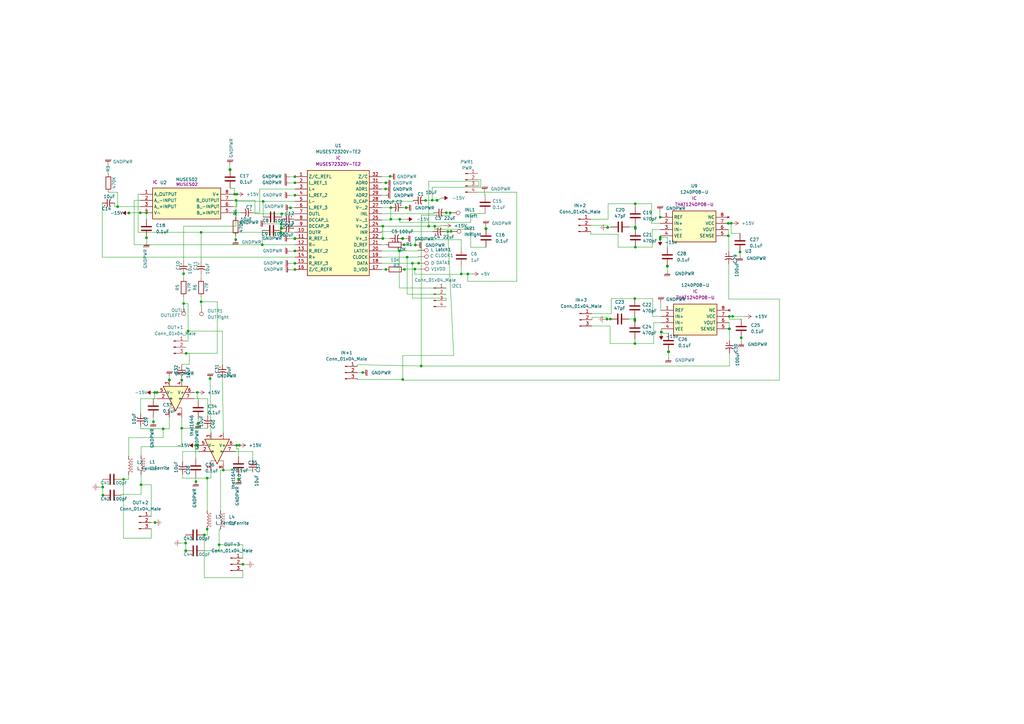
<source format=kicad_sch>
(kicad_sch (version 20211123) (generator eeschema)
  (paper "A3")
  (junction (at 300.4566 129.7686))
  (junction (at 299.8724 91.567))
  (junction (at 183.0832 87.249))
  (junction (at 191.8716 112.3696))
  (junction (at 166.5986 85.1662))
  (junction (at 158.1404 77.4954))
  (junction (at 63.4238 160.9852))
  (junction (at 179.2224 82.1436))
  (junction (at 81.3562 173.609))
  (junction (at 171.704 107.9246))
  (junction (at 163.8046 102.9208))
  (junction (at 80.9244 160.9598))
  (junction (at 120.9294 97.8916))
  (junction (at 120.9294 97.8408))
  (junction (at 179.2478 82.169))
  (junction (at 270.7894 97.3582))
  (junction (at 42.1894 203.0984))
  (junction (at 64.389 160.9598))
  (junction (at 74.549 175.641))
  (junction (at 66.9036 175.8696))
  (junction (at 74.549 155.8798))
  (junction (at 175.8188 92.7608))
  (junction (at 60.071 97.536))
  (junction (at 189.2046 112.3696))
  (junction (at 89.8652 223.4184))
  (junction (at 48.2346 84.7344))
  (junction (at 260.604 93.726))
  (junction (at 177.292 82.1436))
  (junction (at 97.155 79.6798))
  (junction (at 94.2848 69.5452))
  (junction (at 299.1866 134.874))
  (junction (at 81.1022 182.6514))
  (junction (at 274.193 144.272))
  (junction (at 120.9548 74.9808))
  (junction (at 298.7294 91.6178))
  (junction (at 156.9974 97.8154))
  (junction (at 57.8612 198.8058))
  (junction (at 169.164 108.0008))
  (junction (at 160.274 89.916))
  (junction (at 115.3668 93.7006))
  (junction (at 260.5532 83.566))
  (junction (at 63.627 214.3252))
  (junction (at 199.3392 93.7514))
  (junction (at 115.2144 95.3008))
  (junction (at 119.1514 85.2424))
  (junction (at 69.4436 155.8544))
  (junction (at 83.82 219.4052))
  (junction (at 57.531 87.2744))
  (junction (at 271.1958 136.1694))
  (junction (at 52.8574 87.3506))
  (junction (at 76.1492 225.8822))
  (junction (at 76.3524 144.9324))
  (junction (at 248.9708 130.9116))
  (junction (at 165.7858 100.3808))
  (junction (at 178.308 92.7608))
  (junction (at 249.2248 93.2942))
  (junction (at 165.1762 155.6512))
  (junction (at 172.7708 150.114))
  (junction (at 260.35 130.8608))
  (junction (at 97.8916 196.6722))
  (junction (at 148.7424 152.781))
  (junction (at 60.071 87.2744))
  (junction (at 299.1358 134.874))
  (junction (at 170.1546 110.363))
  (junction (at 115.5446 87.6808))
  (junction (at 96.6216 87.2744))
  (junction (at 86.1568 155.2702))
  (junction (at 166.5986 85.1408))
  (junction (at 94.3864 69.5452))
  (junction (at 184.9882 94.9198))
  (junction (at 270.7894 89.0778))
  (junction (at 42.1386 199.771))
  (junction (at 80.3656 197.5104))
  (junction (at 98.1964 182.626))
  (junction (at 303.5046 103.3526))
  (junction (at 120.9548 108.0008))
  (junction (at 120.9548 102.9208))
  (junction (at 299.1612 129.794))
  (junction (at 77.1398 135.7884))
  (junction (at 260.4008 131.4958))
  (junction (at 260.35 122.4534))
  (junction (at 96.7994 82.1944))
  (junction (at 97.0534 182.6514))
  (junction (at 163.9824 89.916))
  (junction (at 260.5532 93.091))
  (junction (at 260.4008 140.8938))
  (junction (at 107.9246 82.6008))
  (junction (at 199.263 93.7514))
  (junction (at 165.1508 97.8154))
  (junction (at 62.9412 172.974))
  (junction (at 260.604 101.346))
  (junction (at 270.764 98.0948))
  (junction (at 273.7104 109.1184))
  (junction (at 115.4176 93.6752))
  (junction (at 170.3578 100.4824))
  (junction (at 115.4176 91.821))
  (junction (at 160.274 85.1408))
  (junction (at 107.5944 100.3808))
  (junction (at 298.7294 96.6978))
  (junction (at 96.1898 79.6544))
  (junction (at 50.6476 196.596))
  (junction (at 174.5742 82.2198))
  (junction (at 82.4738 95.3008))
  (junction (at 80.3148 182.6768))
  (junction (at 96.6978 98.2726))
  (junction (at 166.624 85.1662))
  (junction (at 120.9548 72.4408))
  (junction (at 75.311 124.4854))
  (junction (at 69.469 155.8798))
  (junction (at 158.242 74.9554))
  (junction (at 75.2856 112.2934))
  (junction (at 120.9548 97.8408))
  (junction (at 82.4738 123.7488))
  (junction (at 183.642 94.9706))
  (junction (at 165.1254 97.8154))
  (junction (at 84.963 196.088))
  (junction (at 273.7612 109.1438))
  (junction (at 274.193 144.2974))
  (junction (at 303.9872 138.5062))
  (junction (at 273.7104 109.1438))
  (junction (at 158.2674 110.5154))
  (junction (at 91.5924 192.8114))
  (junction (at 99.6188 231.4448))
  (junction (at 165.1508 97.8408))
  (junction (at 84.963 217.043))
  (junction (at 274.2184 144.2974))
  (junction (at 81.3562 173.5836))
  (junction (at 120.9548 110.5408))
  (junction (at 184.6072 87.2998))
  (junction (at 115.3668 93.6752))
  (junction (at 76.2 225.9076))
  (junction (at 160.02 72.3392))
  (junction (at 156.9974 92.7608))
  (junction (at 76.1492 222.7326))
  (junction (at 76.2 225.8822))
  (junction (at 94.3864 69.596))
  (junction (at 81.28 173.5836))
  (junction (at 250.3424 130.8608))
  (junction (at 120.9548 80.0608))
  (junction (at 165.8874 110.5154))
  (junction (at 199.3392 93.7768))
  (junction (at 166.9796 105.4608))
  (junction (at 69.469 155.8544))
  (wire (pts (xy 62.865 172.974) (xy 62.9412 172.974)))
  (wire (pts (xy 260.35 131.4958) (xy 260.4008 131.4958)))
  (wire (pts (xy 120.9548 85.1408) (xy 119.1514 85.1408)))
  (wire (pts (xy 118.745 75.0316) (xy 120.9548 75.0316)))
  (wire (pts (xy 182.9816 122.2756) (xy 169.164 122.2756)))
  (wire (pts (xy 57.658 169.5704) (xy 57.658 163.4998)))
  (wire (pts (xy 178.308 94.0308) (xy 178.308 92.7608)))
  (wire (pts (xy 52.7558 179.4764) (xy 66.9036 179.4764)))
  (wire (pts (xy 86.1568 155.2702) (xy 86.1822 155.2702)))
  (wire (pts (xy 94.3864 77.216) (xy 96.1898 77.216)))
  (wire (pts (xy 156.5148 110.5408) (xy 158.2674 110.5408)))
  (wire (pts (xy 76.1492 225.8822) (xy 76.2 225.8822)))
  (wire (pts (xy 103.632 193.6242) (xy 103.632 192.8114)))
  (wire (pts (xy 56.642 95.3008) (xy 56.642 79.6544)))
  (wire (pts (xy 99.6188 236.9566) (xy 83.82 236.9566)))
  (wire (pts (xy 57.8612 198.8058) (xy 57.8612 194.5386)))
  (wire (pts (xy 170.8912 100.4824) (xy 170.3578 100.4824)))
  (wire (pts (xy 120.9548 108.0516) (xy 120.9548 108.0008)))
  (wire (pts (xy 97.155 79.6544) (xy 97.155 79.6798)))
  (wire (pts (xy 120.9548 82.6008) (xy 107.9246 82.6008)))
  (wire (pts (xy 69.469 155.8544) (xy 69.469 155.8798)))
  (wire (pts (xy 52.7558 187.071) (xy 52.7558 179.4764)))
  (wire (pts (xy 271.8308 136.1694) (xy 271.1958 136.1694)))
  (wire (pts (xy 249.4026 89.8906) (xy 249.4026 83.566)))
  (wire (pts (xy 146.6088 152.8064) (xy 148.7424 152.8064)))
  (wire (pts (xy 270.7894 89.0778) (xy 270.6624 89.0778)))
  (wire (pts (xy 97.1804 84.7344) (xy 95.631 84.7344)))
  (wire (pts (xy 75.311 112.2934) (xy 75.2856 112.2934)))
  (wire (pts (xy 86.5124 177.292) (xy 86.1568 155.2702)))
  (wire (pts (xy 193.04 101.3968) (xy 193.04 94.0308)))
  (wire (pts (xy 156.5148 94.9706) (xy 156.5148 95.3008)))
  (wire (pts (xy 83.82 225.9076) (xy 89.8652 225.9076)))
  (wire (pts (xy 299.1612 130.8862) (xy 299.1612 129.794)))
  (wire (pts (xy 82.4738 121.7422) (xy 82.4738 123.7488)))
  (wire (pts (xy 69.469 171.1198) (xy 69.469 175.8696)))
  (wire (pts (xy 63.4238 163.5252) (xy 63.4238 160.9852)))
  (wire (pts (xy 96.6216 87.2744) (xy 98.7806 87.2744)))
  (wire (pts (xy 156.9974 97.8154) (xy 160.0454 97.8154)))
  (wire (pts (xy 96.6216 96.7994) (xy 96.6216 98.2726)))
  (wire (pts (xy 80.9244 160.9598) (xy 81.2038 160.9598)))
  (wire (pts (xy 156.9974 92.7608) (xy 175.8188 92.7608)))
  (wire (pts (xy 299.1358 129.794) (xy 299.1612 129.794)))
  (wire (pts (xy 273.7612 111.1758) (xy 273.7612 109.1438)))
  (wire (pts (xy 180.6956 92.583) (xy 180.6956 92.7608)))
  (wire (pts (xy 81.4324 185.1914) (xy 74.8792 185.1914)))
  (wire (pts (xy 242.3414 94.9706) (xy 242.3414 96.0628)))
  (wire (pts (xy 146.6088 149.5806) (xy 172.7708 150.114)))
  (wire (pts (xy 156.5148 102.9208) (xy 163.8046 102.9208)))
  (wire (pts (xy 165.1762 155.9052) (xy 319.7098 155.9052)))
  (wire (pts (xy 182.3974 92.583) (xy 180.6956 92.583)))
  (wire (pts (xy 115.2144 95.3008) (xy 82.4738 95.3008)))
  (wire (pts (xy 62.865 171.1452) (xy 62.865 172.974)))
  (wire (pts (xy 242.7986 130.175) (xy 248.9708 130.175)))
  (wire (pts (xy 119.2022 108.0516) (xy 120.9548 108.0516)))
  (wire (pts (xy 44.2722 71.247) (xy 44.45 71.247)))
  (wire (pts (xy 76.3524 139.8524) (xy 77.1398 139.8524)))
  (wire (pts (xy 156.5148 100.3808) (xy 158.1658 100.3808)))
  (wire (pts (xy 171.577 102.9208) (xy 171.577 102.6668)))
  (wire (pts (xy 303.5554 103.3526) (xy 303.5046 103.3526)))
  (wire (pts (xy 103.632 192.8114) (xy 91.5924 192.8114)))
  (wire (pts (xy 166.5986 85.1408) (xy 166.5986 85.1662)))
  (wire (pts (xy 96.6216 87.2744) (xy 96.6216 89.1794)))
  (wire (pts (xy 274.193 136.652) (xy 271.8308 136.652)))
  (wire (pts (xy 271.1958 136.1694) (xy 271.1958 136.7028)))
  (wire (pts (xy 103.632 185.1914) (xy 103.632 188.5442)))
  (wire (pts (xy 260.5532 93.091) (xy 260.5532 93.726)))
  (wire (pts (xy 248.2088 130.9116) (xy 248.9708 130.9116)))
  (wire (pts (xy 97.8154 184.0738) (xy 97.0534 184.0738)))
  (wire (pts (xy 249.4026 83.566) (xy 260.5532 83.566)))
  (wire (pts (xy 115.4176 91.821) (xy 115.4176 93.6752)))
  (wire (pts (xy 189.2046 112.3696) (xy 189.2046 112.5474)))
  (wire (pts (xy 89.1032 123.7488) (xy 89.1032 144.907)))
  (wire (pts (xy 298.9326 122.6566) (xy 319.7098 122.6566)))
  (wire (pts (xy 270.7894 98.0948) (xy 270.764 98.0948)))
  (wire (pts (xy 57.8612 186.9186) (xy 57.8612 183.1594)))
  (wire (pts (xy 175.8188 74.3966) (xy 175.8188 92.7608)))
  (wire (pts (xy 171.6532 105.4608) (xy 171.6532 105.2322)))
  (wire (pts (xy 160.02 72.4408) (xy 160.02 72.3392)))
  (wire (pts (xy 62.0522 220.726) (xy 50.6476 220.726)))
  (wire (pts (xy 211.9376 115.3922) (xy 211.9376 78.8162)))
  (wire (pts (xy 242.7986 133.7056) (xy 250.2154 133.7056)))
  (wire (pts (xy 299.1866 144.8308) (xy 299.1866 150.114)))
  (wire (pts (xy 260.5532 92.3036) (xy 260.5532 93.091)))
  (wire (pts (xy 268.0716 132.334) (xy 271.1958 132.334)))
  (wire (pts (xy 62.0522 216.8398) (xy 62.0522 220.726)))
  (wire (pts (xy 81.3562 173.5836) (xy 81.3562 173.609)))
  (wire (pts (xy 304.038 140.208) (xy 304.038 138.5062)))
  (wire (pts (xy 97.1804 82.6008) (xy 97.1804 84.7344)))
  (wire (pts (xy 66.9036 175.8696) (xy 69.469 175.8696)))
  (wire (pts (xy 195.961 76.2762) (xy 196.4436 76.2762)))
  (wire (pts (xy 84.963 196.088) (xy 74.8792 196.088)))
  (wire (pts (xy 84.963 196.088) (xy 84.963 209.423)))
  (wire (pts (xy 52.7558 196.596) (xy 52.7558 194.691)))
  (wire (pts (xy 165.1762 155.9052) (xy 165.1762 155.6512)))
  (wire (pts (xy 260.4008 139.1158) (xy 260.4008 140.8938)))
  (wire (pts (xy 193.0654 87.5792) (xy 193.0654 91.2114)))
  (wire (pts (xy 86.5124 196.088) (xy 84.963 196.088)))
  (wire (pts (xy 97.0534 182.6514) (xy 98.1964 182.6514)))
  (wire (pts (xy 82.4738 125.5014) (xy 82.6516 125.5014)))
  (wire (pts (xy 81.28 164.1602) (xy 81.28 163.5252)))
  (wire (pts (xy 119.2784 110.617) (xy 120.9548 110.617)))
  (wire (pts (xy 47.0408 84.7344) (xy 47.0408 83.2866)))
  (wire (pts (xy 146.6088 155.6512) (xy 165.1762 155.6512)))
  (wire (pts (xy 260.5532 84.6836) (xy 260.5532 83.566)))
  (wire (pts (xy 179.2478 82.169) (xy 179.2224 82.1436)))
  (wire (pts (xy 179.2224 82.1436) (xy 177.292 82.1436)))
  (wire (pts (xy 48.2346 78.867) (xy 48.2346 84.7344)))
  (wire (pts (xy 118.8212 97.8916) (xy 120.9294 97.8916)))
  (wire (pts (xy 66.9036 179.4764) (xy 66.9036 175.8696)))
  (wire (pts (xy 120.9548 95.3008) (xy 115.2144 95.3008)))
  (wire (pts (xy 170.3578 98.3488) (xy 170.3578 100.4824)))
  (wire (pts (xy 319.7098 122.6566) (xy 319.7098 155.9052)))
  (wire (pts (xy 248.7676 93.2942) (xy 249.2248 93.2942)))
  (wire (pts (xy 299.1612 129.794) (xy 300.4566 129.794)))
  (wire (pts (xy 96.7994 92.7608) (xy 96.7994 82.1944)))
  (wire (pts (xy 186.0804 145.796) (xy 183.642 94.9706)))
  (wire (pts (xy 118.6942 72.5424) (xy 120.9548 72.5424)))
  (wire (pts (xy 156.5148 72.4408) (xy 160.02 72.4408)))
  (wire (pts (xy 86.5124 177.292) (xy 86.5124 177.5714)))
  (wire (pts (xy 177.292 82.1436) (xy 174.5742 82.1436)))
  (wire (pts (xy 270.7894 97.3582) (xy 270.7894 98.0948)))
  (wire (pts (xy 120.9548 80.1624) (xy 120.9548 80.0608)))
  (wire (pts (xy 118.8974 80.1624) (xy 120.9548 80.1624)))
  (wire (pts (xy 253.492 101.346) (xy 260.604 101.346)))
  (wire (pts (xy 108.8898 91.821) (xy 115.4176 91.821)))
  (wire (pts (xy 175.8188 92.7608) (xy 178.308 92.7608)))
  (wire (pts (xy 80.9244 163.5252) (xy 80.9244 160.9598)))
  (wire (pts (xy 156.5148 82.6008) (xy 169.4942 82.6008)))
  (wire (pts (xy 60.1472 97.536) (xy 60.071 97.536)))
  (wire (pts (xy 49.8094 203.0984) (xy 49.8094 202.7936)))
  (wire (pts (xy 89.8652 217.1192) (xy 90.4494 217.1192)))
  (wire (pts (xy 49.8094 202.7936) (xy 57.8612 202.7936)))
  (wire (pts (xy 273.7104 101.4984) (xy 273.7104 97.3582)))
  (wire (pts (xy 62.865 163.5252) (xy 63.4238 163.5252)))
  (wire (pts (xy 63.4238 160.9852) (xy 64.389 160.9852)))
  (wire (pts (xy 267.2588 83.566) (xy 267.2588 91.6178)))
  (wire (pts (xy 260.5532 93.726) (xy 260.604 93.726)))
  (wire (pts (xy 156.5148 108.0008) (xy 169.164 108.0008)))
  (wire (pts (xy 198.7042 78.5876) (xy 198.7042 79.9592)))
  (wire (pts (xy 74.5236 155.8798) (xy 74.549 155.8798)))
  (wire (pts (xy 303.5046 95.7326) (xy 299.8724 95.7326)))
  (wire (pts (xy 96.1898 79.6544) (xy 97.155 79.6544)))
  (wire (pts (xy 191.8716 112.3696) (xy 191.8716 115.3922)))
  (wire (pts (xy 191.8716 112.3696) (xy 193.548 112.3696)))
  (wire (pts (xy 258.1656 93.091) (xy 260.5532 93.091)))
  (wire (pts (xy 189.2046 98.3488) (xy 170.3578 98.3488)))
  (wire (pts (xy 178.308 92.7608) (xy 180.6956 92.7608)))
  (wire (pts (xy 77.1398 139.8524) (xy 77.1398 135.7884)))
  (wire (pts (xy 77.6732 144.907) (xy 77.6732 149.3774)))
  (wire (pts (xy 299.8724 95.7326) (xy 299.8724 91.567)))
  (wire (pts (xy 183.0832 87.2998) (xy 183.0832 87.249)))
  (wire (pts (xy 86.5124 192.8114) (xy 86.5124 196.088)))
  (wire (pts (xy 57.8612 183.1594) (xy 74.549 183.1594)))
  (wire (pts (xy 242.3414 96.0628) (xy 253.492 96.0628)))
  (wire (pts (xy 242.3414 89.8906) (xy 249.4026 89.8906)))
  (wire (pts (xy 62.0522 214.2998) (xy 63.627 214.2998)))
  (wire (pts (xy 85.1916 163.4998) (xy 79.629 163.4998)))
  (wire (pts (xy 160.274 85.1408) (xy 160.274 89.916)))
  (wire (pts (xy 60.071 89.916) (xy 60.071 87.2744)))
  (wire (pts (xy 104.5718 87.6808) (xy 115.5446 87.6808)))
  (wire (pts (xy 158.242 74.9808) (xy 158.242 74.9554)))
  (wire (pts (xy 250.2154 140.8938) (xy 260.4008 140.8938)))
  (wire (pts (xy 158.1404 77.5208) (xy 158.1404 77.4954)))
  (wire (pts (xy 89.8652 225.9076) (xy 89.8652 223.4184)))
  (wire (pts (xy 199.3392 93.7514) (xy 199.3392 93.7768)))
  (wire (pts (xy 250.698 122.4534) (xy 260.35 122.4534)))
  (wire (pts (xy 101.2952 231.521) (xy 99.6188 231.521)))
  (wire (pts (xy 57.658 175.8696) (xy 66.9036 175.8696)))
  (wire (pts (xy 96.6216 98.2726) (xy 96.6978 98.2726)))
  (wire (pts (xy 172.7708 150.114) (xy 172.7708 88.2396)))
  (wire (pts (xy 91.2368 135.7884) (xy 77.1398 135.7884)))
  (wire (pts (xy 169.164 108.0008) (xy 171.704 108.0008)))
  (wire (pts (xy 44.2722 67.4116) (xy 44.2722 71.247)))
  (wire (pts (xy 253.492 96.0628) (xy 253.492 101.346)))
  (wire (pts (xy 182.9816 123.2154) (xy 182.9816 122.2756)))
  (wire (pts (xy 82.4738 95.3008) (xy 82.4738 107.2642)))
  (wire (pts (xy 106.5276 77.5208) (xy 106.5276 87.2744)))
  (wire (pts (xy 156.5148 77.5208) (xy 158.1404 77.5208)))
  (wire (pts (xy 170.1546 110.363) (xy 171.7802 110.363)))
  (wire (pts (xy 299.1866 150.114) (xy 172.7708 150.114)))
  (wire (pts (xy 260.604 101.346) (xy 267.4874 101.346)))
  (wire (pts (xy 158.2674 110.5408) (xy 158.2674 110.5154)))
  (wire (pts (xy 267.6906 129.794) (xy 271.1958 129.794)))
  (wire (pts (xy 196.4436 76.2762) (xy 196.4436 74.3966)))
  (wire (pts (xy 120.9548 75.0316) (xy 120.9548 74.9808)))
  (wire (pts (xy 74.8792 196.088) (xy 74.8792 194.4624)))
  (wire (pts (xy 107.9246 82.6008) (xy 97.1804 82.6008)))
  (wire (pts (xy 189.2046 112.3696) (xy 191.8716 112.3696)))
  (wire (pts (xy 248.9708 130.9116) (xy 250.3424 130.9116)))
  (wire (pts (xy 199.263 93.7514) (xy 199.3392 93.7514)))
  (wire (pts (xy 55.0164 82.1944) (xy 57.531 82.1944)))
  (wire (pts (xy 85.0138 217.043) (xy 84.963 217.043)))
  (wire (pts (xy 80.2894 188.0616) (xy 80.2894 184.2262)))
  (wire (pts (xy 57.658 163.4998) (xy 64.389 163.4998)))
  (wire (pts (xy 120.9548 72.5424) (xy 120.9548 72.4408)))
  (wire (pts (xy 97.8154 187.2234) (xy 97.8154 184.0738)))
  (wire (pts (xy 91.2368 154.6352) (xy 91.5924 177.5714)))
  (wire (pts (xy 298.9326 103.1748) (xy 298.9326 96.6978)))
  (wire (pts (xy 75.2856 107.2134) (xy 75.2856 92.7608)))
  (wire (pts (xy 81.1022 182.6514) (xy 80.3148 182.6514)))
  (wire (pts (xy 98.1964 182.6514) (xy 98.1964 182.626)))
  (wire (pts (xy 273.7612 109.1438) (xy 273.7104 109.1438)))
  (wire (pts (xy 299.1866 139.7508) (xy 299.1866 134.874)))
  (wire (pts (xy 197.231 73.7362) (xy 197.231 76.7842)))
  (wire (pts (xy 191.8716 115.3922) (xy 211.9376 115.3922)))
  (wire (pts (xy 260.5532 83.566) (xy 267.2588 83.566)))
  (wire (pts (xy 211.9376 78.8162) (xy 195.961 78.8162)))
  (wire (pts (xy 248.9708 130.175) (xy 248.9708 130.9116)))
  (wire (pts (xy 97.8154 196.6722) (xy 97.8916 196.6722)))
  (wire (pts (xy 85.1916 175.641) (xy 74.549 175.641)))
  (wire (pts (xy 169.4942 82.6008) (xy 169.4942 82.2198)))
  (wire (pts (xy 189.2046 109.22) (xy 189.2046 112.3696)))
  (wire (pts (xy 119.1514 85.1408) (xy 119.1514 85.2424)))
  (wire (pts (xy 74.5236 149.4282) (xy 77.6732 149.3774)))
  (wire (pts (xy 166.5986 85.1662) (xy 166.624 85.1662)))
  (wire (pts (xy 50.6476 220.726) (xy 50.6476 196.596)))
  (wire (pts (xy 50.6476 196.596) (xy 52.7558 196.596)))
  (wire (pts (xy 85.1916 170.561) (xy 85.1916 163.4998)))
  (wire (pts (xy 270.6624 86.5632) (xy 270.6624 89.0778)))
  (wire (pts (xy 163.8046 102.9208) (xy 163.8046 118.11)))
  (wire (pts (xy 273.7104 97.3582) (xy 270.7894 97.3582)))
  (wire (pts (xy 120.9548 100.3808) (xy 107.5944 100.3808)))
  (wire (pts (xy 298.7294 94.1578) (xy 298.7294 96.6978)))
  (wire (pts (xy 76.1492 222.7326) (xy 76.1492 225.8822)))
  (wire (pts (xy 198.7042 79.9592) (xy 198.9582 79.9592)))
  (wire (pts (xy 60.1472 99.3648) (xy 60.1472 97.536)))
  (wire (pts (xy 250.698 128.6256) (xy 250.698 122.4534)))
  (wire (pts (xy 106.5276 87.2744) (xy 103.8606 87.2744)))
  (wire (pts (xy 257.9624 130.8608) (xy 260.35 130.8608)))
  (wire (pts (xy 81.28 173.5836) (xy 81.3562 173.5836)))
  (wire (pts (xy 242.3414 92.4306) (xy 249.2248 92.4306)))
  (wire (pts (xy 170.1546 112.5474) (xy 170.1546 110.363)))
  (wire (pts (xy 165.7858 100.4824) (xy 165.7858 100.3808)))
  (wire (pts (xy 42.1386 199.771) (xy 42.1386 203.0984)))
  (wire (pts (xy 63.627 214.2998) (xy 63.627 214.3252)))
  (wire (pts (xy 156.5148 87.6808) (xy 178.0032 87.6808)))
  (wire (pts (xy 189.2046 101.6) (xy 189.2046 98.3488)))
  (wire (pts (xy 146.6088 150.2664) (xy 146.6088 149.5806)))
  (wire (pts (xy 270.7894 96.6978) (xy 270.7894 97.3582)))
  (wire (pts (xy 82.4738 123.7488) (xy 82.4738 125.5014)))
  (wire (pts (xy 298.7294 91.567) (xy 299.8724 91.567)))
  (wire (pts (xy 40.5892 199.771) (xy 42.1386 199.771)))
  (wire (pts (xy 69.4436 155.8544) (xy 69.469 155.8544)))
  (wire (pts (xy 96.6724 185.1914) (xy 103.632 185.1914)))
  (wire (pts (xy 160.274 90.2208) (xy 156.5148 90.2208)))
  (wire (pts (xy 49.7586 196.596) (xy 50.6476 196.596)))
  (wire (pts (xy 171.704 108.0008) (xy 171.704 107.9246)))
  (wire (pts (xy 177.5714 94.9706) (xy 156.5148 94.9706)))
  (wire (pts (xy 77.1398 135.7884) (xy 77.1398 124.4854)))
  (wire (pts (xy 199.3392 101.3968) (xy 193.04 101.3968)))
  (wire (pts (xy 76.3524 144.9324) (xy 89.1032 144.907)))
  (wire (pts (xy 179.2478 82.1436) (xy 179.2224 82.1436)))
  (wire (pts (xy 120.4468 93.7006) (xy 120.1166 92.7608)))
  (wire (pts (xy 267.2588 91.6178) (xy 270.7894 91.6178)))
  (wire (pts (xy 81.4324 182.6514) (xy 81.1022 182.6514)))
  (wire (pts (xy 95.631 82.1944) (xy 96.7994 82.1944)))
  (wire (pts (xy 156.5148 97.8408) (xy 156.9974 97.8408)))
  (wire (pts (xy 94.2848 69.5452) (xy 94.3864 69.5452)))
  (wire (pts (xy 115.5446 87.6808) (xy 115.5446 89.027)))
  (wire (pts (xy 115.3668 93.6752) (xy 115.3668 93.7006)))
  (wire (pts (xy 99.6188 233.9848) (xy 99.6188 236.9566)))
  (wire (pts (xy 298.7294 91.6178) (xy 298.7294 91.567)))
  (wire (pts (xy 81.28 171.7802) (xy 81.28 173.5836)))
  (wire (pts (xy 260.35 130.8608) (xy 260.35 131.4958)))
  (wire (pts (xy 199.263 92.6846) (xy 199.263 93.7514)))
  (wire (pts (xy 75.311 114.1476) (xy 75.311 112.2934)))
  (wire (pts (xy 104.5718 82.1944) (xy 104.5718 87.6808)))
  (wire (pts (xy 163.9824 89.916) (xy 166.497 89.916)))
  (wire (pts (xy 169.164 122.2756) (xy 169.164 108.0008)))
  (wire (pts (xy 90.4494 209.4992) (xy 90.4494 192.8114)))
  (wire (pts (xy 250.3424 130.9116) (xy 250.3424 130.8608)))
  (wire (pts (xy 80.2894 197.5104) (xy 80.3656 197.5104)))
  (wire (pts (xy 107.5944 94.5134) (xy 107.5944 100.3808)))
  (wire (pts (xy 81.28 163.5252) (xy 80.9244 163.5252)))
  (wire (pts (xy 79.629 160.9598) (xy 80.9244 160.9598)))
  (wire (pts (xy 57.8612 202.7936) (xy 57.8612 198.8058)))
  (wire (pts (xy 57.531 84.7344) (xy 48.2346 84.7344)))
  (wire (pts (xy 95.631 79.6544) (xy 96.1898 79.6544)))
  (wire (pts (xy 298.9326 108.2548) (xy 298.9326 122.6566)))
  (wire (pts (xy 178.0032 87.6808) (xy 178.0032 87.249)))
  (wire (pts (xy 300.4566 129.794) (xy 300.4566 129.7686)))
  (wire (pts (xy 107.9246 82.6008) (xy 107.9246 89.027)))
  (wire (pts (xy 120.9548 102.997) (xy 120.9548 102.9208)))
  (wire (pts (xy 267.4874 94.1578) (xy 270.7894 94.1578)))
  (wire (pts (xy 99.6188 231.521) (xy 99.6188 231.4448)))
  (wire (pts (xy 94.3864 69.5452) (xy 94.3864 69.596)))
  (wire (pts (xy 274.2184 146.6596) (xy 274.2184 144.2974)))
  (wire (pts (xy 156.5148 85.1408) (xy 160.274 85.1408)))
  (wire (pts (xy 80.2894 195.6816) (xy 80.2894 197.5104)))
  (wire (pts (xy 95.631 87.2744) (xy 96.6216 87.2744)))
  (wire (pts (xy 41.9608 83.2866) (xy 41.9608 105.4608)))
  (wire (pts (xy 120.1166 92.7608) (xy 120.9548 92.7608)))
  (wire (pts (xy 74.8792 185.1914) (xy 74.8792 189.3824)))
  (wire (pts (xy 75.311 121.7676) (xy 75.311 124.4854)))
  (wire (pts (xy 42.1386 203.0984) (xy 42.1894 203.0984)))
  (wire (pts (xy 83.7692 219.4052) (xy 83.82 219.4052)))
  (wire (pts (xy 75.2856 92.7608) (xy 96.7994 92.7608)))
  (wire (pts (xy 165.1762 145.796) (xy 186.0804 145.796)))
  (wire (pts (xy 299.1358 132.334) (xy 299.1358 134.874)))
  (wire (pts (xy 183.642 94.9706) (xy 184.9882 94.9706)))
  (wire (pts (xy 62.0522 211.7598) (xy 62.0522 198.8058)))
  (wire (pts (xy 184.6072 87.2998) (xy 184.6072 88.2396)))
  (wire (pts (xy 120.9548 77.5208) (xy 106.5276 77.5208)))
  (wire (pts (xy 274.2184 144.2974) (xy 274.193 144.2974)))
  (wire (pts (xy 184.6072 87.2998) (xy 183.0832 87.2998)))
  (wire (pts (xy 184.9882 94.9706) (xy 184.9882 94.9198)))
  (wire (pts (xy 120.4976 89.8398) (xy 120.9548 90.2208)))
  (wire (pts (xy 170.3578 100.4824) (xy 165.7858 100.4824)))
  (wire (pts (xy 60.071 87.2744) (xy 60.0964 87.2744)))
  (wire (pts (xy 120.9548 110.617) (xy 120.9548 110.5408)))
  (wire (pts (xy 271.018 123.8758) (xy 271.018 127.254)))
  (wire (pts (xy 242.7986 131.1656) (xy 242.7986 130.175)))
  (wire (pts (xy 96.1898 77.216) (xy 96.1898 79.6544)))
  (wire (pts (xy 62.0522 198.8058) (xy 57.8612 198.8058)))
  (wire (pts (xy 166.9796 105.4608) (xy 171.6532 105.4608)))
  (wire (pts (xy 74.5236 154.94) (xy 74.5236 155.8798)))
  (wire (pts (xy 107.5944 100.3808) (xy 55.0164 100.3808)))
  (wire (pts (xy 57.531 87.2744) (xy 60.071 87.2744)))
  (wire (pts (xy 182.9816 118.1354) (xy 163.8046 118.11)))
  (wire (pts (xy 267.6906 122.4534) (xy 267.6906 129.794)))
  (wire (pts (xy 74.549 171.1198) (xy 74.549 175.641)))
  (wire (pts (xy 118.9736 102.997) (xy 120.9548 102.997)))
  (wire (pts (xy 271.8308 136.652) (xy 271.8308 136.1694)))
  (wire (pts (xy 89.8652 223.4184) (xy 89.8652 217.1192)))
  (wire (pts (xy 268.0716 140.8938) (xy 268.0716 132.334)))
  (wire (pts (xy 166.9796 120.6754) (xy 166.9796 105.4608)))
  (wire (pts (xy 96.6724 182.6514) (xy 97.0534 182.6514)))
  (wire (pts (xy 304.038 138.5062) (xy 303.9872 138.5062)))
  (wire (pts (xy 305.6128 129.794) (xy 300.4566 129.7686)))
  (wire (pts (xy 91.2368 149.5552) (xy 91.2368 135.7884)))
  (wire (pts (xy 195.961 73.7362) (xy 197.231 73.7362)))
  (wire (pts (xy 56.642 79.6544) (xy 57.531 79.6544)))
  (wire (pts (xy 89.1032 123.7488) (xy 82.4738 123.7488)))
  (wire (pts (xy 193.0654 91.2114) (xy 163.9824 91.2114)))
  (wire (pts (xy 52.8574 87.2744) (xy 52.8574 87.3506)))
  (wire (pts (xy 271.1958 134.874) (xy 271.1958 136.1694)))
  (wire (pts (xy 174.5742 82.1436) (xy 174.5742 82.2198)))
  (wire (pts (xy 156.9974 97.8408) (xy 156.9974 97.8154)))
  (wire (pts (xy 274.193 144.2974) (xy 274.193 144.272)))
  (wire (pts (xy 74.5236 149.86) (xy 74.5236 149.4282)))
  (wire (pts (xy 250.2154 133.7056) (xy 250.2154 140.8938)))
  (wire (pts (xy 64.389 160.9852) (xy 64.389 160.9598)))
  (wire (pts (xy 156.5148 105.4608) (xy 166.9796 105.4608)))
  (wire (pts (xy 260.4008 140.8938) (xy 268.0716 140.8938)))
  (wire (pts (xy 48.2346 84.7344) (xy 47.0408 84.7344)))
  (wire (pts (xy 81.1022 184.2262) (xy 81.1022 182.6514)))
  (wire (pts (xy 42.1386 196.596) (xy 42.1386 199.771)))
  (wire (pts (xy 55.0164 100.3808) (xy 55.0164 82.1944)))
  (wire (pts (xy 165.8874 110.363) (xy 170.1546 110.363)))
  (wire (pts (xy 160.274 89.916) (xy 160.274 90.2208)))
  (wire (pts (xy 193.04 94.0308) (xy 178.308 94.0308)))
  (wire (pts (xy 76.1492 219.4052) (xy 76.1492 222.7326)))
  (wire (pts (xy 80.3148 182.6514) (xy 80.3148 182.6768)))
  (wire (pts (xy 177.292 76.7842) (xy 177.292 82.1436)))
  (wire (pts (xy 184.6072 88.2396) (xy 172.7708 88.2396)))
  (wire (pts (xy 182.6514 94.9706) (xy 183.642 94.9706)))
  (wire (pts (xy 156.9974 97.8154) (xy 156.9974 92.7608)))
  (wire (pts (xy 160.274 89.916) (xy 163.9824 89.916)))
  (wire (pts (xy 85.0138 219.4052) (xy 85.0138 217.043)))
  (wire (pts (xy 163.8046 102.9208) (xy 171.577 102.9208)))
  (wire (pts (xy 299.1866 134.874) (xy 299.1358 134.874)))
  (wire (pts (xy 74.549 183.1594) (xy 74.549 175.641)))
  (wire (pts (xy 299.8724 91.567) (xy 300.3042 91.567)))
  (wire (pts (xy 94.2848 67.5132) (xy 94.2848 69.5452)))
  (wire (pts (xy 189.2046 112.5474) (xy 170.1546 112.5474)))
  (wire (pts (xy 115.5446 87.6808) (xy 120.9548 87.6808)))
  (wire (pts (xy 115.2144 94.5134) (xy 115.2144 95.3008)))
  (wire (pts (xy 242.7986 128.6256) (xy 250.698 128.6256)))
  (wire (pts (xy 165.1762 155.6512) (xy 165.1762 145.796)))
  (wire (pts (xy 77.6732 144.907) (xy 76.3524 144.9324)))
  (wire (pts (xy 156.5148 92.7608) (xy 156.9974 92.7608)))
  (wire (pts (xy 156.5148 74.9808) (xy 158.242 74.9808)))
  (wire (pts (xy 175.8188 74.3966) (xy 196.4436 74.3966)))
  (wire (pts (xy 267.4874 101.346) (xy 267.4874 94.1578)))
  (wire (pts (xy 57.658 174.6504) (xy 57.658 175.8696)))
  (wire (pts (xy 303.5554 104.9274) (xy 303.5554 103.3526)))
  (wire (pts (xy 80.2894 184.2262) (xy 81.1022 184.2262)))
  (wire (pts (xy 249.2248 92.4306) (xy 249.2248 93.2942)))
  (wire (pts (xy 250.5456 93.091) (xy 250.5456 93.2942)))
  (wire (pts (xy 83.82 219.4052) (xy 85.0138 219.4052)))
  (wire (pts (xy 182.9816 120.6754) (xy 166.9796 120.6754)))
  (wire (pts (xy 56.642 95.3008) (xy 82.4738 95.3008)))
  (wire (pts (xy 260.35 130.0734) (xy 260.35 130.8608)))
  (wire (pts (xy 166.3954 97.8408) (xy 165.1508 97.8408)))
  (wire (pts (xy 249.2248 93.2942) (xy 250.5456 93.2942)))
  (wire (pts (xy 165.354 85.1408) (xy 166.5986 85.1408)))
  (wire (pts (xy 165.1508 97.8154) (xy 165.1254 97.8154)))
  (wire (pts (xy 298.9326 96.6978) (xy 298.7294 96.6978)))
  (wire (pts (xy 83.82 219.4052) (xy 83.82 236.9566)))
  (wire (pts (xy 165.1508 97.8408) (xy 165.1508 97.8154)))
  (wire (pts (xy 41.9608 105.4608) (xy 120.9548 105.4608)))
  (wire (pts (xy 97.8154 194.8434) (xy 97.8154 196.6722)))
  (wire (pts (xy 77.1398 124.4854) (xy 75.311 124.4854)))
  (wire (pts (xy 97.0534 184.0738) (xy 97.0534 182.6514)))
  (wire (pts (xy 165.8874 110.5154) (xy 165.8874 110.363)))
  (wire (pts (xy 148.7424 152.8064) (xy 148.7424 152.781)))
  (wire (pts (xy 82.4738 112.3442) (xy 82.4738 114.1222)))
  (wire (pts (xy 62.9412 160.9852) (xy 63.4238 160.9852)))
  (wire (pts (xy 156.5148 80.0608) (xy 158.0388 80.0608)))
  (wire (pts (xy 76.2 225.8822) (xy 76.2 225.9076)))
  (wire (pts (xy 96.7994 82.1944) (xy 104.5718 82.1944)))
  (wire (pts (xy 198.9582 87.5792) (xy 193.0654 87.5792)))
  (wire (pts (xy 271.018 127.254) (xy 271.1958 127.254)))
  (wire (pts (xy 303.9872 130.8862) (xy 299.1612 130.8862)))
  (wire (pts (xy 120.9294 97.8916) (xy 120.9294 97.8408)))
  (wire (pts (xy 115.4176 93.6752) (xy 115.3668 93.6752)))
  (wire (pts (xy 184.6326 87.2998) (xy 184.6072 87.2998)))
  (wire (pts (xy 69.4436 154.305) (xy 69.4436 155.8544)))
  (wire (pts (xy 177.292 76.7842) (xy 197.231 76.7842)))
  (wire (pts (xy 146.6088 155.3464) (xy 146.6088 155.6512)))
  (wire (pts (xy 99.6188 223.4184) (xy 89.8652 223.4184)))
  (wire (pts (xy 52.8574 87.2744) (xy 57.531 87.2744)))
  (wire (pts (xy 120.9294 97.8408) (xy 120.9548 97.8408)))
  (wire (pts (xy 74.0918 222.7326) (xy 76.1492 222.7326)))
  (wire (pts (xy 260.35 122.4534) (xy 267.6906 122.4534)))
  (wire (pts (xy 181.0766 81.2038) (xy 179.2478 82.169)))
  (wire (pts (xy 115.4176 89.8398) (xy 115.4176 91.821)))
  (wire (pts (xy 273.7104 109.1438) (xy 273.7104 109.1184)))
  (wire (pts (xy 75.311 124.4854) (xy 75.311 125.349)))
  (wire (pts (xy 90.4494 192.8114) (xy 91.5924 192.8114)))
  (wire (pts (xy 44.45 78.867) (xy 48.2346 78.867)))
  (wire (pts (xy 163.9824 91.2114) (xy 163.9824 89.916)))
  (wire (pts (xy 99.6188 228.9048) (xy 99.6188 223.4184)))
  (symbol (lib_id "Device:C") (at 45.9994 203.0984 90) (unit 1)
    (property "Reference" "C42" (at 43.18 204.5716 90))
    (property "Value" "100pF" (at 49.3014 204.5716 90))
    (property "Footprint" "Capacitor_SMD:C_0603_1608Metric" (effects hide))
  )
  (symbol (lib_id "Connector:TestPoint") (at 171.704 107.9246 270) (unit 1)
    (property "Reference" "DATA1" (at 178.8414 107.7214 90) (effects (justify left)))
    (property "Value" "D" (at 176.7078 107.9246 90) (effects (justify left)))
  )
  (symbol (lib_id "Device:C_Polarized_Small_US") (at 162.814 85.1408 270) (unit 1)
    (property "Reference" "C2" (at 163.6776 82.8548 90))
    (property "Value" "100uF" (at 158.877 82.9056 90))
    (property "Footprint" "Capacitor_SMD:CP_Elec_5x5.3" (effects hide))
  )
  (symbol (lib_name "1240P08-U_1") (lib_id "LIB_1240P08-U:1240P08-U") (at 271.1958 127.254 0) (unit 1)
    (property "Reference" "U3" (at 306.9336 102.9716 0))
    (property "Value" "1240P08-U" (at 285.1658 116.967 0))
    (property "Footprint" "LIB_MUSES02:DIP762W56P254L880H425Q8N" (effects hide))
    (property "Reference_1" "IC" (at 285.1658 119.507 0))
    (property "Value_1" "THAT1240P08-U" (at 285.1658 122.047 0))
    (property "Footprint_1" "DIP781W46P254L952H432Q8N" (effects hide))
    (property "Datasheet_1" "http://www.thatcorp.com/datashts/THAT_1240-Series_Datasheet.pdf" (effects hide))
    (property "Height" "4.32" (effects hide))
    (property "Mouser Part Number" "887-1240P08-U" (effects hide))
    (property "Mouser Price/Stock" "https://www.mouser.co.uk/ProductDetail/THAT/1240P08-U?qs=9Udfh7QmL4sDAnyHJ%252BzGsg%3D%3D" (effects hide))
    (property "Manufacturer_Name" "THAT CORPORATION" (effects hide))
    (property "Manufacturer_Part_Number" "1240P08-U" (effects hide))
  )
  (symbol (lib_id "Connector:Conn_01x04_Male") (at 190.881 73.7362 0) (unit 1)
    (property "Reference" "PWR1" (at 191.516 66.3956 0))
    (property "Value" "PWR" (at 191.516 68.9356 0))
    (property "Footprint" "Connector_PinHeader_1.27mm:PinHeader_1x04_P1.27mm_Vertical" (effects hide))
  )
  (symbol (lib_id "Device:C_Polarized_Small_US") (at 180.5432 87.249 90) (unit 1)
    (property "Reference" "C3" (at 179.6796 89.535 90))
    (property "Value" "22uF" (at 184.4802 89.4842 90))
    (property "Footprint" "Capacitor_SMD:CP_Elec_4x5.3" (effects hide))
  )
  (symbol (lib_id "Device:R") (at 44.45 75.057 180) (unit 1)
    (property "Reference" "R3" (at 44.323 69.1896 90))
    (property "Value" "470K" (at 46.736 74.93 90))
    (property "Footprint" "Capacitor_SMD:C_0603_1608Metric" (effects hide))
  )
  (symbol (lib_id "power:-15V") (at 181.0766 81.2038 270) (unit 1)
    (property "Reference" "#PWR0116" (effects hide))
    (property "Value" "-15V" (at 185.3438 81.2037 90) (effects (justify left)))
  )
  (symbol (lib_id "power:Earth") (at 248.7676 93.2942 270) (unit 1)
    (property "Reference" "#PWR0130" (effects hide))
    (property "Value" "Earth" (effects hide))
  )
  (symbol (lib_id "power:-15V") (at 52.8574 87.3506 90) (unit 1)
    (property "Reference" "#PWR0121" (effects hide))
    (property "Value" "-15V" (at 45.1612 87.3506 90) (effects (justify right)))
  )
  (symbol (lib_name "Conn_01x04_Male_3") (lib_id "Connector:Conn_01x04_Male") (at 141.5288 152.8064 0) (unit 1)
    (property "Reference" "IN+1" (at 142.1638 144.6784 0))
    (property "Value" "Conn_01x04_Male" (at 142.1638 147.2184 0))
    (property "Footprint" "Connector_PinHeader_1.27mm:PinHeader_1x04_P1.27mm_Vertical" (effects hide))
  )
  (symbol (lib_id "power:GNDPWR") (at 94.2848 67.5132 180) (unit 1)
    (property "Reference" "#PWR0127" (effects hide))
    (property "Value" "GNDPWR" (at 94.8436 64.77 90) (effects (justify right)))
  )
  (symbol (lib_id "power:GNDPWR") (at 80.3656 197.5104 0) (unit 1)
    (property "Reference" "#PWR0150" (effects hide))
    (property "Value" "GNDPWR" (at 79.8068 200.2536 90) (effects (justify right)))
  )
  (symbol (lib_id "power:GNDPWR") (at 158.1404 77.4954 90) (unit 1)
    (property "Reference" "#PWR0111" (effects hide))
    (property "Value" "GNDPWR" (at 161.036 77.6223 90) (effects (justify right)))
  )
  (symbol (lib_id "Device:L_Ferrite") (at 52.7558 190.881 0) (unit 1)
    (property "Reference" "L2" (at 56.1594 189.6109 0) (effects (justify left)))
    (property "Value" "L_Ferrite" (at 56.1594 192.1509 0) (effects (justify left)))
    (property "Footprint" "Capacitor_SMD:C_0603_1608Metric" (effects hide))
  )
  (symbol (lib_id "power:GNDPWR") (at 271.018 123.8758 180) (unit 1)
    (property "Reference" "#PWR0140" (effects hide))
    (property "Value" "GNDPWR" (at 273.177 122.8089 0) (effects (justify right)))
  )
  (symbol (lib_id "Device:C") (at 254.1524 130.8608 90) (unit 1)
    (property "Reference" "C23" (at 254.1524 123.8758 90))
    (property "Value" "47pF" (at 254.1524 126.4158 90))
    (property "Footprint" "Capacitor_SMD:C_0603_1608Metric" (effects hide))
  )
  (symbol (lib_name "Conn_01x04_Male_1") (lib_id "Connector:Conn_01x04_Male") (at 237.2614 92.4306 0) (unit 1)
    (property "Reference" "IN+2" (at 237.8964 84.3026 0))
    (property "Value" "Conn_01x04_Male" (at 237.8964 86.8426 0))
    (property "Footprint" "Connector_PinHeader_1.27mm:PinHeader_1x03_P1.27mm_Vertical" (effects hide))
  )
  (symbol (lib_id "Device:C") (at 111.4044 94.5134 90) (unit 1)
    (property "Reference" "C9" (at 108.585 95.9866 90))
    (property "Value" "10pF" (at 114.7064 95.9866 90))
    (property "Footprint" "Capacitor_SMD:C_0603_1608Metric" (effects hide))
  )
  (symbol (lib_id "power:GNDPWR") (at 44.2722 67.4116 180) (unit 1)
    (property "Reference" "#PWR0120" (effects hide))
    (property "Value" "GNDPWR" (at 46.355 66.3447 0) (effects (justify right)))
  )
  (symbol (lib_id "power:GNDPWR") (at 118.8974 80.1624 270) (unit 1)
    (property "Reference" "#PWR0101" (effects hide))
    (property "Value" "GNDPWR" (at 115.7732 80.0353 90) (effects (justify right)))
  )
  (symbol (lib_id "power:+15V") (at 97.155 79.6798 270) (unit 1)
    (property "Reference" "#PWR0123" (effects hide))
    (property "Value" "+15V" (at 100.9396 79.6797 90) (effects (justify left)))
  )
  (symbol (lib_id "Device:C") (at 260.35 126.2634 0) (unit 1)
    (property "Reference" "C22" (at 263.3726 124.9933 0) (effects (justify left)))
    (property "Value" "470pF" (at 263.3726 127.5333 0) (effects (justify left)))
    (property "Footprint" "Capacitor_SMD:C_0603_1608Metric" (effects hide))
  )
  (symbol (lib_name "Conn_01x04_Male_4") (lib_id "Connector:Conn_01x04_Male") (at 56.9722 214.2998 0) (unit 1)
    (property "Reference" "OUT+2" (at 57.6072 206.1718 0))
    (property "Value" "Conn_01x04_Male" (at 57.6072 208.7118 0))
    (property "Footprint" "Connector_PinHeader_1.27mm:PinHeader_1x03_P1.27mm_Vertical" (effects hide))
  )
  (symbol (lib_id "Device:L_Ferrite") (at 90.4494 213.3092 0) (unit 1)
    (property "Reference" "L4" (at 93.853 212.0391 0) (effects (justify left)))
    (property "Value" "L_Ferrite" (at 93.853 214.5791 0) (effects (justify left)))
    (property "Footprint" "Capacitor_SMD:C_0603_1608Metric" (effects hide))
  )
  (symbol (lib_id "Connector:TestPoint") (at 75.311 125.349 180) (unit 1)
    (property "Reference" "OUTL1" (at 70.231 127.3048 0) (effects (justify right)))
    (property "Value" "OUTLEFT" (at 65.8114 129.3622 0) (effects (justify right)))
  )
  (symbol (lib_id "Device:C_Polarized_Small_US") (at 101.3206 87.2744 270) (unit 1)
    (property "Reference" "C7" (at 102.1842 84.9884 90))
    (property "Value" "10uF" (at 100.965 89.9414 90))
    (property "Footprint" "Capacitor_SMD:C_0603_1608Metric" (effects hide))
  )
  (symbol (lib_name "Conn_01x04_Male_4") (lib_id "Connector:Conn_01x04_Male") (at 94.5388 231.4448 0) (unit 1)
    (property "Reference" "OUT+3" (at 95.1738 223.3168 0))
    (property "Value" "Conn_01x04_Male" (at 95.1738 225.8568 0))
    (property "Footprint" "Connector_PinHeader_1.27mm:PinHeader_1x03_P1.27mm_Vertical" (effects hide))
  )
  (symbol (lib_id "Device:C_Polarized_Small_US") (at 117.9068 93.7006 270) (unit 1)
    (property "Reference" "C13" (at 118.7704 91.4146 90))
    (property "Value" "100uF" (at 117.5512 96.3676 90))
    (property "Footprint" "Capacitor_SMD:CP_Elec_5x5.3" (effects hide))
  )
  (symbol (lib_id "power:Earth") (at 63.627 214.3252 90) (unit 1)
    (property "Reference" "#PWR0154" (effects hide))
    (property "Value" "Earth" (effects hide))
  )
  (symbol (lib_id "Connector:TestPoint") (at 171.6532 105.2322 270) (unit 1)
    (property "Reference" "CLOCK1" (at 178.4096 104.8004 90) (effects (justify left)))
    (property "Value" "C" (at 176.403 104.9782 90) (effects (justify left)))
  )
  (symbol (lib_id "power:-15V") (at 80.3148 182.6768 90) (unit 1)
    (property "Reference" "#PWR0147" (effects hide))
    (property "Value" "-15V" (at 72.6186 182.6768 90) (effects (justify right)))
  )
  (symbol (lib_id "power:GNDPWR") (at 270.6624 86.5632 180) (unit 1)
    (property "Reference" "#PWR0139" (effects hide))
    (property "Value" "GNDPWR" (at 273.1516 85.4963 0) (effects (justify right)))
  )
  (symbol (lib_id "power:GNDPWR") (at 118.6942 72.5424 270) (unit 1)
    (property "Reference" "#PWR0103" (effects hide))
    (property "Value" "GNDPWR" (at 115.57 72.4153 90) (effects (justify right)))
  )
  (symbol (lib_id "Device:C") (at 303.5046 99.5426 0) (unit 1)
    (property "Reference" "C27" (at 307.4416 98.2725 0) (effects (justify left)))
    (property "Value" "0.1uF" (at 307.4416 100.8125 0) (effects (justify left)))
    (property "Footprint" "Capacitor_SMD:C_0603_1608Metric" (effects hide))
  )
  (symbol (lib_id "power:GNDPWR") (at 97.8916 196.6722 0) (unit 1)
    (property "Reference" "#PWR0149" (effects hide))
    (property "Value" "GNDPWR" (at 97.3328 199.4154 90) (effects (justify right)))
  )
  (symbol (lib_id "Device:C") (at 260.4008 135.3058 0) (unit 1)
    (property "Reference" "C24" (at 263.3726 134.0357 0) (effects (justify left)))
    (property "Value" "470pF" (at 263.3726 136.5757 0) (effects (justify left)))
    (property "Footprint" "Capacitor_SMD:C_0603_1608Metric" (effects hide))
  )
  (symbol (lib_id "Device:C") (at 274.193 140.462 0) (unit 1)
    (property "Reference" "C26" (at 278.13 139.1919 0) (effects (justify left)))
    (property "Value" "0.1uF" (at 278.13 141.7319 0) (effects (justify left)))
    (property "Footprint" "Capacitor_SMD:C_0603_1608Metric" (effects hide))
  )
  (symbol (lib_id "Connector:Conn_01x04_Male") (at 177.9016 120.6754 0) (unit 1)
    (property "Reference" "I2C1" (at 187.2742 117.2972 0))
    (property "Value" "Conn_01x04_Male" (at 178.5366 114.8842 0))
    (property "Footprint" "Connector_PinHeader_1.27mm:PinHeader_1x04_P1.27mm_Vertical" (effects hide))
  )
  (symbol (lib_id "Device:C") (at 199.3392 97.5868 0) (unit 1)
    (property "Reference" "C16" (at 203.2 96.3167 0) (effects (justify left)))
    (property "Value" "0.1uF" (at 203.2 98.8567 0) (effects (justify left)))
    (property "Footprint" "Capacitor_SMD:C_0603_1608Metric" (effects hide))
  )
  (symbol (lib_id "LIB_1240P08-U:1240P08-U") (at 270.7894 89.0778 0) (unit 1)
    (property "Reference" "U9" (at 284.7594 76.2508 0))
    (property "Value" "1240P08-U" (at 284.7594 78.7908 0))
    (property "Footprint" "LIB_MUSES02:DIP762W56P254L880H425Q8N" (effects hide))
    (property "Reference_1" "IC" (at 284.7594 81.3308 0))
    (property "Value_1" "THAT1240P08-U" (at 284.7594 83.8708 0))
    (property "Footprint_1" "DIP781W46P254L952H432Q8N" (effects hide))
    (property "Datasheet_1" "http://www.thatcorp.com/datashts/THAT_1240-Series_Datasheet.pdf" (effects hide))
    (property "Height" "4.32" (effects hide))
    (property "Mouser Part Number" "887-1240P08-U" (effects hide))
    (property "Mouser Price/Stock" "https://www.mouser.co.uk/ProductDetail/THAT/1240P08-U?qs=9Udfh7QmL4sDAnyHJ%252BzGsg%3D%3D" (effects hide))
    (property "Manufacturer_Name" "THAT CORPORATION" (effects hide))
    (property "Manufacturer_Part_Number" "1240P08-U" (effects hide))
  )
  (symbol (lib_id "Device:C_Polarized_Small_US") (at 91.2368 152.0952 0) (unit 1)
    (property "Reference" "C31" (at 88.9508 151.2316 90))
    (property "Value" "10uF" (at 93.9038 152.4508 90))
    (property "Footprint" "Capacitor_SMD:CP_Elec_3x5.4" (effects hide))
  )
  (symbol (lib_id "power:GNDPWR") (at 198.7042 78.5876 180) (unit 1)
    (property "Reference" "#PWR0124" (effects hide))
    (property "Value" "GNDPWR" (at 201.295 77.5207 0) (effects (justify right)))
  )
  (symbol (lib_id "Device:C") (at 62.865 167.3352 0) (unit 1)
    (property "Reference" "C33" (at 66.7258 166.0651 0) (effects (justify left)))
    (property "Value" "0.1uF" (at 66.7258 168.6051 0) (effects (justify left)))
    (property "Footprint" "Capacitor_SMD:C_0603_1608Metric" (effects hide))
  )
  (symbol (lib_id "power:GNDPWR") (at 158.242 74.9554 90) (unit 1)
    (property "Reference" "#PWR0109" (effects hide))
    (property "Value" "GNDPWR" (at 161.036 75.0823 90) (effects (justify right)))
  )
  (symbol (lib_id "Device:R") (at 162.0774 110.5154 90) (unit 1)
    (property "Reference" "R2" (at 162.56 108.966 90))
    (property "Value" "10K" (at 162.0774 106.68 90))
    (property "Footprint" "Capacitor_SMD:C_0603_1608Metric" (effects hide))
  )
  (symbol (lib_id "Device:C_Polarized_Small_US") (at 298.9326 105.7148 0) (unit 1)
    (property "Reference" "C29" (at 301.5488 106.2228 90))
    (property "Value" "100uF" (at 302.2092 110.617 90))
    (property "Footprint" "Capacitor_SMD:CP_Elec_3x5.3" (effects hide))
  )
  (symbol (lib_id "power:GNDPWR") (at 304.038 140.208 0) (unit 1)
    (property "Reference" "#PWR0141" (effects hide))
    (property "Value" "GNDPWR" (at 306.6542 141.2747 0) (effects (justify left)))
  )
  (symbol (lib_id "power:GNDPWR") (at 108.8898 91.821 270) (unit 1)
    (property "Reference" "#PWR0117" (effects hide))
    (property "Value" "GNDPWR" (at 106.1466 91.2622 90) (effects (justify right)))
  )
  (symbol (lib_id "power:GNDPWR") (at 60.1472 99.3648 0) (unit 1)
    (property "Reference" "#PWR0128" (effects hide))
    (property "Value" "GNDPWR" (at 59.5884 102.108 90) (effects (justify right)))
  )
  (symbol (lib_id "Connector:TestPoint") (at 82.6516 125.5014 180) (unit 1)
    (property "Reference" "OUTR1" (at 85.09 127.5333 0) (effects (justify right)))
    (property "Value" "OUTRight" (at 85.09 130.0733 0) (effects (justify right)))
  )
  (symbol (lib_id "power:-15V") (at 271.1958 136.7028 180) (unit 1)
    (property "Reference" "#PWR0134" (effects hide))
    (property "Value" "-15V" (at 272.9992 137.9727 0) (effects (justify right)))
  )
  (symbol (lib_id "Device:C_Polarized_Small_US") (at 44.5008 83.2866 90) (unit 1)
    (property "Reference" "C14" (at 43.6372 85.5726 90))
    (property "Value" "10uF" (at 44.8564 80.6196 90))
    (property "Footprint" "Capacitor_SMD:C_0603_1608Metric" (effects hide))
  )
  (symbol (lib_id "power:+15V") (at 98.1964 182.626 270) (unit 1)
    (property "Reference" "#PWR0146" (effects hide))
    (property "Value" "+15V" (at 101.981 182.6259 90) (effects (justify left)))
  )
  (symbol (lib_id "power:+5V") (at 193.548 112.3696 270) (unit 1)
    (property "Reference" "#PWR0118" (effects hide))
    (property "Value" "+5V" (at 196.85 112.3695 90) (effects (justify left)))
  )
  (symbol (lib_id "Device:C_Polarized_Small_US") (at 117.9576 89.8398 270) (unit 1)
    (property "Reference" "C12" (at 118.8212 87.5538 90))
    (property "Value" "100uF" (at 117.602 92.5068 90))
    (property "Footprint" "Capacitor_SMD:CP_Elec_5x5.3" (effects hide))
  )
  (symbol (lib_id "power:+15V") (at 182.3974 92.583 270) (unit 1)
    (property "Reference" "#PWR0125" (effects hide))
    (property "Value" "+15V" (at 186.182 92.5829 90) (effects (justify left)))
  )
  (symbol (lib_id "power:GNDPWR") (at 86.1568 155.2702 180) (unit 1)
    (property "Reference" "#PWR0138" (effects hide))
    (property "Value" "GNDPWR" (at 88.9254 154.2033 0) (effects (justify right)))
  )
  (symbol (lib_id "power:GNDPWR") (at 69.4436 154.305 180) (unit 1)
    (property "Reference" "#PWR0143" (effects hide))
    (property "Value" "GNDPWR" (at 71.5518 153.2381 0) (effects (justify right)))
  )
  (symbol (lib_id "Device:C") (at 303.9872 134.6962 0) (unit 1)
    (property "Reference" "C25" (at 307.9242 133.4261 0) (effects (justify left)))
    (property "Value" "0.1uF" (at 307.9242 135.9661 0) (effects (justify left)))
    (property "Footprint" "Capacitor_SMD:C_0603_1608Metric" (effects hide))
  )
  (symbol (lib_id "Device:C_Polarized_Small_US") (at 75.2856 109.7534 0) (unit 1)
    (property "Reference" "C10" (at 72.9996 108.8898 90))
    (property "Value" "10uF" (at 77.9526 110.109 90))
    (property "Footprint" "Capacitor_SMD:CP_Elec_3x5.4" (effects hide))
  )
  (symbol (lib_id "Device:C") (at 80.2894 191.8716 0) (unit 1)
    (property "Reference" "C36" (at 84.1502 190.6015 0) (effects (justify left)))
    (property "Value" "0.1uF" (at 84.1502 193.1415 0) (effects (justify left)))
    (property "Footprint" "Capacitor_SMD:C_0603_1608Metric" (effects hide))
  )
  (symbol (lib_id "Device:R") (at 75.311 117.9576 180) (unit 1)
    (property "Reference" "R5" (at 72.7964 117.9576 90))
    (property "Value" "47R" (at 77.597 117.8306 90))
    (property "Footprint" "Capacitor_SMD:C_0603_1608Metric" (effects hide))
  )
  (symbol (lib_id "power:+15V") (at 305.6128 129.794 270) (unit 1)
    (property "Reference" "#PWR0133" (effects hide))
    (property "Value" "+15V" (at 309.3974 129.7939 90) (effects (justify left)))
  )
  (symbol (lib_id "Device:R") (at 82.4738 117.9322 180) (unit 1)
    (property "Reference" "R6" (at 79.9592 117.9322 90))
    (property "Value" "47R" (at 84.7598 117.8052 90))
    (property "Footprint" "Capacitor_SMD:C_0603_1608Metric" (effects hide))
  )
  (symbol (lib_id "power:GNDPWR") (at 118.745 75.0316 270) (unit 1)
    (property "Reference" "#PWR0102" (effects hide))
    (property "Value" "GNDPWR" (at 115.6208 74.9045 90) (effects (justify right)))
  )
  (symbol (lib_id "Device:C") (at 260.5532 88.4936 0) (unit 1)
    (property "Reference" "C19" (at 263.5758 87.2235 0) (effects (justify left)))
    (property "Value" "470pF" (at 263.5758 89.7635 0) (effects (justify left)))
    (property "Footprint" "Capacitor_SMD:C_0603_1608Metric" (effects hide))
  )
  (symbol (lib_id "power:GNDPWR") (at 119.2022 108.0516 270) (unit 1)
    (property "Reference" "#PWR0106" (effects hide))
    (property "Value" "GNDPWR" (at 116.078 107.9245 90) (effects (justify right)))
  )
  (symbol (lib_id "Connector:TestPoint") (at 171.577 102.6668 270) (unit 1)
    (property "Reference" "Latch1" (at 178.5112 102.362 90) (effects (justify left)))
    (property "Value" "L" (at 176.657 102.489 90) (effects (justify left)))
  )
  (symbol (lib_id "Device:C") (at 254.3556 93.091 90) (unit 1)
    (property "Reference" "C20" (at 254.3556 86.106 90))
    (property "Value" "47pF" (at 254.3556 88.646 90))
    (property "Footprint" "Capacitor_SMD:C_0603_1608Metric" (effects hide))
  )
  (symbol (lib_id "Device:L_Ferrite") (at 84.963 213.233 0) (unit 1)
    (property "Reference" "L3" (at 88.3666 211.9629 0) (effects (justify left)))
    (property "Value" "L_Ferrite" (at 88.3666 214.5029 0) (effects (justify left)))
    (property "Footprint" "Capacitor_SMD:C_0603_1608Metric" (effects hide))
  )
  (symbol (lib_name "Conn_01x04_Male_4") (lib_id "Connector:Conn_01x04_Male") (at 71.2724 142.3924 0) (unit 1)
    (property "Reference" "OUT+1" (at 71.9074 134.2644 0))
    (property "Value" "Conn_01x04_Male" (at 71.9074 136.8044 0))
    (property "Footprint" "Connector_PinHeader_1.27mm:PinHeader_1x04_P1.27mm_Vertical" (effects hide))
  )
  (symbol (lib_id "Connector:TestPoint") (at 184.9882 94.9198 270) (unit 1)
    (property "Reference" "INR1" (at 190.3476 93.6497 90) (effects (justify left)))
    (property "Value" "INRight" (at 190.3476 96.1897 90) (effects (justify left)))
  )
  (symbol (lib_id "Connector:TestPoint") (at 184.6326 87.2998 270) (unit 1)
    (property "Reference" "INL1" (at 190.5 86.0297 90) (effects (justify left)))
    (property "Value" "INleft" (at 190.5 88.5697 90) (effects (justify left)))
  )
  (symbol (lib_id "Device:R") (at 96.6216 92.9894 180) (unit 1)
    (property "Reference" "R4" (at 96.4946 87.122 90))
    (property "Value" "470K" (at 98.9076 92.8624 90))
    (property "Footprint" "Capacitor_SMD:C_0603_1608Metric" (effects hide))
  )
  (symbol (lib_id "Device:C_Polarized_Small_US") (at 103.632 191.0842 180) (unit 1)
    (property "Reference" "C37" (at 105.918 191.9478 90))
    (property "Value" "10uF" (at 105.2576 197.1548 90))
    (property "Footprint" "Capacitor_SMD:C_0603_1608Metric" (effects hide))
  )
  (symbol (lib_id "Device:C") (at 94.3864 73.406 0) (unit 1)
    (property "Reference" "C17" (at 98.2472 72.1359 0) (effects (justify left)))
    (property "Value" "0.1uF" (at 98.2472 74.6759 0) (effects (justify left)))
    (property "Footprint" "Capacitor_SMD:C_0603_1608Metric" (effects hide))
  )
  (symbol (lib_id "power:GNDPWR") (at 166.624 85.1662 90) (unit 1)
    (property "Reference" "#PWR0113" (effects hide))
    (property "Value" "GNDPWR" (at 170.1546 85.2931 90) (effects (justify right)))
  )
  (symbol (lib_id "power:GNDPWR") (at 81.3562 173.609 0) (unit 1)
    (property "Reference" "#PWR0148" (effects hide))
    (property "Value" "GNDPWR" (at 80.7974 176.3522 90) (effects (justify right)))
  )
  (symbol (lib_id "Device:C") (at 273.7104 105.3084 0) (unit 1)
    (property "Reference" "C28" (at 277.6474 104.0383 0) (effects (justify left)))
    (property "Value" "0.1uF" (at 277.6474 106.5783 0) (effects (justify left)))
    (property "Footprint" "Capacitor_SMD:C_0603_1608Metric" (effects hide))
  )
  (symbol (lib_id "Device:C") (at 60.071 93.726 0) (unit 1)
    (property "Reference" "C18" (at 63.9318 92.4559 0) (effects (justify left)))
    (property "Value" "0.1uF" (at 63.9318 94.9959 0) (effects (justify left)))
    (property "Footprint" "Capacitor_SMD:C_0603_1608Metric" (effects hide))
  )
  (symbol (lib_id "Device:C") (at 97.8154 191.0334 0) (unit 1)
    (property "Reference" "C35" (at 101.6762 189.7633 0) (effects (justify left)))
    (property "Value" "0.1uF" (at 96.4946 192.9892 0) (effects (justify left)))
    (property "Footprint" "Capacitor_SMD:C_0603_1608Metric" (effects hide))
  )
  (symbol (lib_id "Device:C_Polarized_Small_US") (at 180.1114 94.9706 90) (unit 1)
    (property "Reference" "C4" (at 179.2478 97.2566 90))
    (property "Value" "22uF" (at 184.0484 97.2058 90))
    (property "Footprint" "Capacitor_SMD:CP_Elec_4x5.3" (effects hide))
  )
  (symbol (lib_id "power:GNDPWR") (at 160.02 72.3392 90) (unit 1)
    (property "Reference" "#PWR0110" (effects hide))
    (property "Value" "GNDPWR" (at 162.814 72.4661 90) (effects (justify right)))
  )
  (symbol (lib_id "power:+15V") (at 300.3042 91.567 270) (unit 1)
    (property "Reference" "#PWR0132" (effects hide))
    (property "Value" "+15V" (at 304.0888 91.5669 90) (effects (justify left)))
  )
  (symbol (lib_id "Amplifier_Difference:LM733CN") (at 72.009 163.4998 270) (unit 1)
    (property "Reference" "U4" (at 81.1278 174.5234 0))
    (property "Value" "that1646" (at 78.5878 174.5234 0))
    (property "Footprint" "LIB_MUSES02:DIP762W56P254L880H425Q8N" (effects hide))
    (property "Datasheet" "http://www.soemtron.org/downloads/disposals/lm733cn.pdf" (effects hide))
  )
  (symbol (lib_id "power:GNDPWR") (at 148.7424 152.781 90) (unit 1)
    (property "Reference" "#PWR0136" (effects hide))
    (property "Value" "GNDPWR" (at 152.273 152.9079 90) (effects (justify right)))
  )
  (symbol (lib_id "power:+15V") (at 81.2038 160.9598 270) (unit 1)
    (property "Reference" "#PWR0145" (effects hide))
    (property "Value" "+15V" (at 84.9884 160.9597 90) (effects (justify left)))
  )
  (symbol (lib_id "power:GNDPWR") (at 303.5554 104.9274 0) (unit 1)
    (property "Reference" "#PWR0142" (effects hide))
    (property "Value" "GNDPWR" (at 306.1716 105.9941 0) (effects (justify left)))
  )
  (symbol (lib_id "power:GNDPWR") (at 119.2784 110.617 270) (unit 1)
    (property "Reference" "#PWR0107" (effects hide))
    (property "Value" "GNDPWR" (at 116.1542 110.4899 90) (effects (justify right)))
  )
  (symbol (lib_id "power:GNDPWR") (at 118.8212 97.8916 270) (unit 1)
    (property "Reference" "#PWR0105" (effects hide))
    (property "Value" "GNDPWR" (at 115.697 97.7645 90) (effects (justify right)))
  )
  (symbol (lib_id "Device:C_Polarized_Small_US") (at 162.5854 97.8154 90) (unit 1)
    (property "Reference" "C5" (at 161.798 94.9452 90))
    (property "Value" "100uF" (at 166.6494 94.996 90))
    (property "Footprint" "Capacitor_SMD:CP_Elec_5x5.3" (effects hide))
  )
  (symbol (lib_id "power:-15V") (at 62.9412 160.9852 90) (unit 1)
    (property "Reference" "#PWR0144" (effects hide))
    (property "Value" "-15V" (at 55.245 160.9852 90) (effects (justify right)))
  )
  (symbol (lib_id "Device:C_Polarized_Small_US") (at 82.4738 109.8042 0) (unit 1)
    (property "Reference" "C11" (at 80.1878 108.9406 90))
    (property "Value" "10uF" (at 85.1408 110.1598 90))
    (property "Footprint" "Capacitor_SMD:CP_Elec_3x5.4" (effects hide))
  )
  (symbol (lib_id "Device:C_Polarized_Small_US") (at 74.5236 152.4 0) (unit 1)
    (property "Reference" "C32" (at 72.2376 151.5364 90))
    (property "Value" "10uF" (at 77.1906 152.7556 90))
    (property "Footprint" "Capacitor_SMD:CP_Elec_3x5.4" (effects hide))
  )
  (symbol (lib_id "Device:C") (at 198.9582 83.7692 0) (unit 1)
    (property "Reference" "C15" (at 201.93 82.4991 0) (effects (justify left)))
    (property "Value" "0.1uF" (at 201.93 85.0391 0) (effects (justify left)))
    (property "Footprint" "Capacitor_SMD:C_0603_1608Metric" (effects hide))
  )
  (symbol (lib_id "power:Earth") (at 40.5892 199.771 270) (unit 1)
    (property "Reference" "#PWR0153" (effects hide))
    (property "Value" "Earth" (effects hide))
  )
  (symbol (lib_id "power:GNDPWR") (at 158.0388 80.0608 90) (unit 1)
    (property "Reference" "#PWR0112" (effects hide))
    (property "Value" "GNDPWR" (at 161.5694 80.1877 90) (effects (justify right)))
  )
  (symbol (lib_id "Device:C_Polarized_Small_US") (at 57.658 172.1104 180) (unit 1)
    (property "Reference" "C39" (at 59.944 172.974 90))
    (property "Value" "10uF" (at 54.991 171.7548 90))
    (property "Footprint" "Capacitor_SMD:C_0603_1608Metric" (effects hide))
  )
  (symbol (lib_id "Device:C") (at 111.7346 89.027 90) (unit 1)
    (property "Reference" "C8" (at 108.9152 90.5002 90))
    (property "Value" "10pF" (at 115.0366 90.5002 90))
    (property "Footprint" "Capacitor_SMD:C_0603_1608Metric" (effects hide))
  )
  (symbol (lib_id "power:GNDPWR") (at 118.9736 102.997 270) (unit 1)
    (property "Reference" "#PWR0104" (effects hide))
    (property "Value" "GNDPWR" (at 115.8494 102.8699 90) (effects (justify right)))
  )
  (symbol (lib_id "power:GNDPWR") (at 96.6978 98.2726 0) (unit 1)
    (property "Reference" "#PWR0122" (effects hide))
    (property "Value" "GNDPWR" (at 99.1362 99.3393 0) (effects (justify left)))
  )
  (symbol (lib_id "Device:C_Polarized_Small_US") (at 299.1866 142.2908 0) (unit 1)
    (property "Reference" "C30" (at 301.8028 142.7988 90))
    (property "Value" "100uF" (at 302.4632 147.193 90))
    (property "Footprint" "Capacitor_SMD:CP_Elec_3x5.3" (effects hide))
  )
  (symbol (lib_id "Device:C") (at 80.01 225.9076 90) (unit 1)
    (property "Reference" "C44" (at 77.1906 227.3808 90))
    (property "Value" "100pF" (at 83.312 227.3808 90))
    (property "Footprint" "Capacitor_SMD:C_0603_1608Metric" (effects hide))
  )
  (symbol (lib_id "Connector:TestPoint") (at 171.7802 110.363 270) (unit 1)
    (property "Reference" "V1" (at 176.784 110.4138 90) (effects (justify left)))
    (property "Value" "VDD" (at 178.9684 110.2868 90) (effects (justify left)))
  )
  (symbol (lib_id "Device:L_Ferrite") (at 57.8612 190.7286 0) (unit 1)
    (property "Reference" "L1" (at 61.2648 189.4585 0) (effects (justify left)))
    (property "Value" "L_Ferrite" (at 61.2648 191.9985 0) (effects (justify left)))
    (property "Footprint" "Capacitor_SMD:C_0603_1608Metric" (effects hide))
  )
  (symbol (lib_id "Device:C") (at 189.2046 105.41 0) (unit 1)
    (property "Reference" "C6" (at 193.04 104.1399 0) (effects (justify left)))
    (property "Value" "1uF" (at 193.04 106.6799 0) (effects (justify left)))
    (property "Footprint" "Capacitor_SMD:C_0603_1608Metric" (effects hide))
  )
  (symbol (lib_id "power:Earth") (at 101.2952 231.521 90) (unit 1)
    (property "Reference" "#PWR0155" (effects hide))
    (property "Value" "Earth" (effects hide))
  )
  (symbol (lib_id "power:GNDPWR") (at 274.2184 146.6596 0) (unit 1)
    (property "Reference" "#PWR0135" (effects hide))
    (property "Value" "GNDPWR" (at 276.8346 147.7263 0) (effects (justify left)))
  )
  (symbol (lib_id "power:Earth") (at 248.2088 130.9116 270) (unit 1)
    (property "Reference" "#PWR0129" (effects hide))
    (property "Value" "Earth" (effects hide))
  )
  (symbol (lib_id "Device:C") (at 79.9592 219.4052 90) (unit 1)
    (property "Reference" "C43" (at 77.1398 220.8784 90))
    (property "Value" "100pF" (at 83.2612 220.8784 90))
    (property "Footprint" "Capacitor_SMD:C_0603_1608Metric" (effects hide))
  )
  (symbol (lib_id "Device:C") (at 81.28 167.9702 0) (unit 1)
    (property "Reference" "C34" (at 85.1408 166.7001 0) (effects (justify left)))
    (property "Value" "0.1uF" (at 85.1408 169.2401 0) (effects (justify left)))
    (property "Footprint" "Capacitor_SMD:C_0603_1608Metric" (effects hide))
  )
  (symbol (lib_id "power:GNDPWR") (at 199.263 92.6846 180) (unit 1)
    (property "Reference" "#PWR0126" (effects hide))
    (property "Value" "GNDPWR" (at 201.676 91.6177 0) (effects (justify right)))
  )
  (symbol (lib_id "power:GNDPWR") (at 119.1514 85.2424 270) (unit 1)
    (property "Reference" "#PWR0108" (effects hide))
    (property "Value" "GNDPWR" (at 116.4082 84.6836 90) (effects (justify right)))
  )
  (symbol (lib_id "Amplifier_Difference:LM733CN") (at 89.0524 185.1914 270) (unit 1)
    (property "Reference" "U10" (at 98.1712 196.215 0))
    (property "Value" "that1646" (at 95.6312 196.215 0))
    (property "Footprint" "LIB_MUSES02:DIP762W56P254L880H425Q8N" (effects hide))
    (property "Datasheet" "http://www.soemtron.org/downloads/disposals/lm733cn.pdf" (effects hide))
  )
  (symbol (lib_id "MUSES72320V-TE2:MUSES72320V-TE2") (at 120.9548 72.4408 0) (unit 1)
    (property "Reference" "U1" (at 138.7348 59.69 0))
    (property "Value" "MUSES72320V-TE2" (at 138.7348 62.23 0))
    (property "Footprint" "LIB_MUSES72320V-TE2:SOP65P760X145-32N" (effects hide))
    (property "Reference_1" "IC" (at 138.7348 64.77 0))
    (property "Value_1" "MUSES72320V-TE2" (at 138.7348 67.31 0))
    (property "Footprint_1" "SOP65P760X145-32N" (effects hide))
    (property "Datasheet_1" "http://www.njr.co.jp/products/semicon/PDF/MUSES72320_J.pdf" (effects hide))
    (property "Height" "1.45" (effects hide))
    (property "Mouser Part Number" "513-MUSES72320V-TE2" (effects hide))
    (property "Mouser Price/Stock" "https://www.mouser.co.uk/ProductDetail/NJR/MUSES72320V-TE2?qs=yQ3iditm8N4Rmh8eV8%252BOSA%3D%3D" (effects hide))
    (property "Manufacturer_Name" "New Japan Radio" (effects hide))
    (property "Manufacturer_Part_Number" "MUSES72320V-TE2" (effects hide))
  )
  (symbol (lib_id "Device:C_Polarized_Small_US") (at 74.8792 191.9224 180) (unit 1)
    (property "Reference" "C38" (at 77.1652 192.786 90))
    (property "Value" "10uF" (at 72.2122 191.5668 90))
    (property "Footprint" "Capacitor_SMD:C_0603_1608Metric" (effects hide))
  )
  (symbol (lib_id "power:-15V") (at 270.764 98.0948 180) (unit 1)
    (property "Reference" "#PWR0131" (effects hide))
    (property "Value" "-15V" (at 272.5674 99.3647 0) (effects (justify right)))
  )
  (symbol (lib_id "power:Earth") (at 74.0918 222.7326 270) (unit 1)
    (property "Reference" "#PWR0152" (effects hide))
    (property "Value" "Earth" (effects hide))
  )
  (symbol (lib_id "Device:R") (at 161.9758 100.3808 90) (unit 1)
    (property "Reference" "R1" (at 167.8432 100.2538 90))
    (property "Value" "10K" (at 164.6682 102.3112 90))
    (property "Footprint" "Capacitor_SMD:C_0603_1608Metric" (effects hide))
  )
  (symbol (lib_id "power:GNDPWR") (at 62.9412 172.974 0) (unit 1)
    (property "Reference" "#PWR0151" (effects hide))
    (property "Value" "GNDPWR" (at 62.3824 175.7172 90) (effects (justify right)))
  )
  (symbol (lib_id "power:-15V") (at 166.497 89.916 270) (unit 1)
    (property "Reference" "#PWR0114" (effects hide))
    (property "Value" "-15V" (at 170.7642 89.9159 90) (effects (justify left)))
  )
  (symbol (lib_id "Device:C_Polarized_Small_US") (at 85.1916 173.101 180) (unit 1)
    (property "Reference" "C40" (at 87.4776 173.9646 90))
    (property "Value" "10uF" (at 82.5246 172.7454 90))
    (property "Footprint" "Capacitor_SMD:C_0603_1608Metric" (effects hide))
  )
  (symbol (lib_name "Conn_01x04_Male_2") (lib_id "Connector:Conn_01x04_Male") (at 237.7186 131.1656 0) (unit 1)
    (property "Reference" "IN+3" (at 238.3536 123.0376 0))
    (property "Value" "Conn_01x04_Male" (at 238.3536 125.5776 0))
    (property "Footprint" "Connector_PinHeader_1.27mm:PinHeader_1x03_P1.27mm_Vertical" (effects hide))
  )
  (symbol (lib_id "Device:C") (at 45.9486 196.596 90) (unit 1)
    (property "Reference" "C41" (at 43.1292 198.0692 90))
    (property "Value" "100pF" (at 49.2506 198.0692 90))
    (property "Footprint" "Capacitor_SMD:C_0603_1608Metric" (effects hide))
  )
  (symbol (lib_id "LIB_MUSES02:MUSES02") (at 57.531 79.6544 0) (unit 1)
    (property "Reference" "U2" (at 67.0306 74.8792 0))
    (property "Value" "MUSES02" (at 76.6064 73.6346 0))
    (property "Footprint" "LIB_MUSES02:DIP762W56P254L880H425Q8N" (effects hide))
    (property "Reference_1" "IC" (at 63.627 74.7522 0))
    (property "Value_1" "MUSES02" (at 76.6826 75.6158 0))
    (property "Footprint_1" "DIP762W56P254L880H425Q8N" (effects hide))
    (property "Datasheet_1" "https://datasheet.datasheetarchive.com/originals/distributors/Datasheets-DGA25/1642366.pdf" (effects hide))
    (property "Height" "4.25" (effects hide))
    (property "Mouser Part Number" "513-MUSES02" (effects hide))
    (property "Mouser Price/Stock" "https://www.mouser.co.uk/ProductDetail/NJR/MUSES02?qs=lTIKtKbByhhPORZIYvXQtw%3D%3D" (effects hide))
    (property "Manufacturer_Name" "New Japan Radio" (effects hide))
    (property "Manufacturer_Part_Number" "MUSES02" (effects hide))
  )
  (symbol (lib_id "power:GNDPWR") (at 166.3954 97.8408 90) (unit 1)
    (property "Reference" "#PWR0115" (effects hide))
    (property "Value" "GNDPWR" (at 169.926 97.9677 90) (effects (justify right)))
  )
  (symbol (lib_id "Device:C") (at 260.604 97.536 0) (unit 1)
    (property "Reference" "C21" (at 263.5758 96.2659 0) (effects (justify left)))
    (property "Value" "470pF" (at 263.5758 98.8059 0) (effects (justify left)))
    (property "Footprint" "Capacitor_SMD:C_0603_1608Metric" (effects hide))
  )
  (symbol (lib_id "Device:C_Polarized_Small_US") (at 172.0342 82.2198 90) (unit 1)
    (property "Reference" "C1" (at 172.5422 79.6036 90))
    (property "Value" "10uF" (at 176.9364 78.9432 90))
    (property "Footprint" "Capacitor_SMD:CP_Elec_3x5.3" (effects hide))
  )
  (symbol (lib_id "power:GNDPWR") (at 170.8912 100.4824 90) (unit 1)
    (property "Reference" "#PWR0119" (effects hide))
    (property "Value" "GNDPWR" (at 174.4218 100.6093 90) (effects (justify right)))
  )
  (symbol (lib_id "power:GNDPWR") (at 273.7612 111.1758 0) (unit 1)
    (property "Reference" "#PWR0137" (effects hide))
    (property "Value" "GNDPWR" (at 276.7584 112.2425 0) (effects (justify left)))
  )
)
</source>
